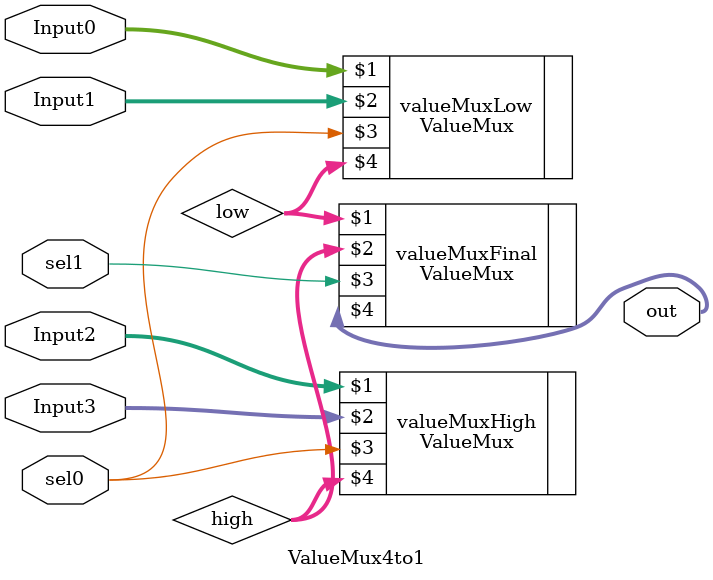
<source format=v>
`timescale 1ns / 1ps
module ValueMux4to1(
    input [4:0] Input0,
    input [4:0] Input1,
    input [4:0] Input2,
    input [4:0] Input3,
    input sel0,
    input sel1,
    output [4:0] out
    );
wire [4:0] low;
wire [4:0] high;

ValueMux valueMuxLow(Input0, Input1, sel0, low);
ValueMux valueMuxHigh(Input2, Input3, sel0, high);

ValueMux valueMuxFinal(low, high, sel1, out);

endmodule

</source>
